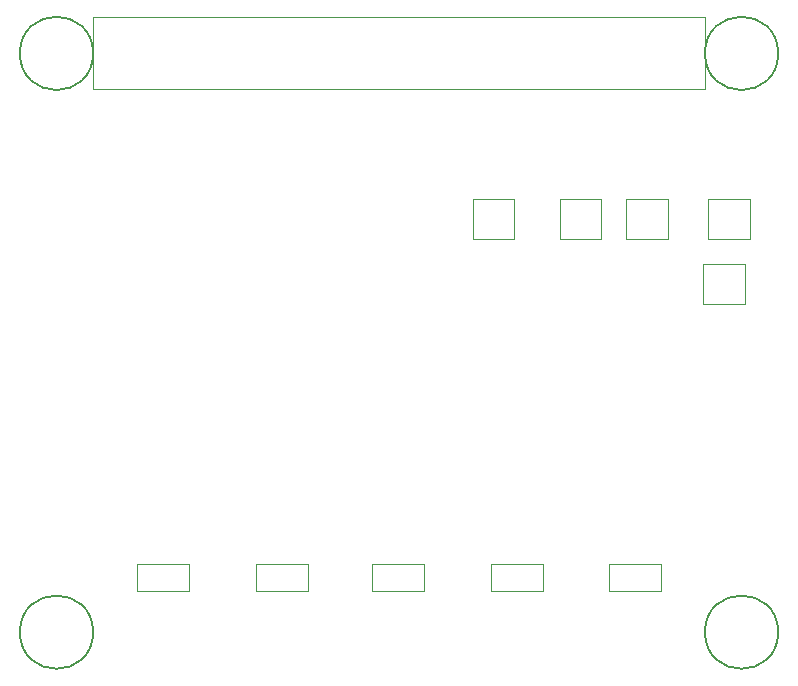
<source format=gbr>
%TF.GenerationSoftware,KiCad,Pcbnew,(5.1.9)-1*%
%TF.CreationDate,2021-03-07T19:12:45-05:00*%
%TF.ProjectId,bigp4ppa,62696770-3470-4706-912e-6b696361645f,rev?*%
%TF.SameCoordinates,Original*%
%TF.FileFunction,Other,User*%
%FSLAX46Y46*%
G04 Gerber Fmt 4.6, Leading zero omitted, Abs format (unit mm)*
G04 Created by KiCad (PCBNEW (5.1.9)-1) date 2021-03-07 19:12:45*
%MOMM*%
%LPD*%
G01*
G04 APERTURE LIST*
%ADD10C,0.050000*%
%ADD11C,0.150000*%
G04 APERTURE END LIST*
D10*
%TO.C,Q6*%
X132687000Y-60800000D02*
X129187000Y-60800000D01*
X132687000Y-64200000D02*
X132687000Y-60800000D01*
X129187000Y-64200000D02*
X132687000Y-64200000D01*
X129187000Y-60800000D02*
X129187000Y-64200000D01*
%TO.C,J2*%
X128870000Y-45430000D02*
X77070000Y-45430000D01*
X128870000Y-51530000D02*
X128870000Y-45430000D01*
X77070000Y-51530000D02*
X128870000Y-51530000D01*
X77070000Y-45430000D02*
X77070000Y-51530000D01*
%TO.C,D5*%
X120800000Y-94000000D02*
X120800000Y-91700000D01*
X125200000Y-91700000D02*
X120800000Y-91700000D01*
X125200000Y-94000000D02*
X125200000Y-91700000D01*
X120800000Y-94000000D02*
X125200000Y-94000000D01*
%TO.C,D4*%
X110800000Y-94000000D02*
X110800000Y-91700000D01*
X115200000Y-91700000D02*
X110800000Y-91700000D01*
X115200000Y-94000000D02*
X115200000Y-91700000D01*
X110800000Y-94000000D02*
X115200000Y-94000000D01*
%TO.C,D3*%
X100700000Y-94000000D02*
X100700000Y-91700000D01*
X105100000Y-91700000D02*
X100700000Y-91700000D01*
X105100000Y-94000000D02*
X105100000Y-91700000D01*
X100700000Y-94000000D02*
X105100000Y-94000000D01*
%TO.C,D2*%
X90900000Y-94000000D02*
X90900000Y-91700000D01*
X95300000Y-91700000D02*
X90900000Y-91700000D01*
X95300000Y-94000000D02*
X95300000Y-91700000D01*
X90900000Y-94000000D02*
X95300000Y-94000000D01*
%TO.C,D1*%
X80800000Y-94000000D02*
X80800000Y-91700000D01*
X85200000Y-91700000D02*
X80800000Y-91700000D01*
X85200000Y-94000000D02*
X85200000Y-91700000D01*
X80800000Y-94000000D02*
X85200000Y-94000000D01*
%TO.C,Q1*%
X128750000Y-66300000D02*
X128750000Y-69700000D01*
X128750000Y-69700000D02*
X132250000Y-69700000D01*
X132250000Y-69700000D02*
X132250000Y-66300000D01*
X132250000Y-66300000D02*
X128750000Y-66300000D01*
%TO.C,Q5*%
X120114000Y-60800000D02*
X116614000Y-60800000D01*
X120114000Y-64200000D02*
X120114000Y-60800000D01*
X116614000Y-64200000D02*
X120114000Y-64200000D01*
X116614000Y-60800000D02*
X116614000Y-64200000D01*
%TO.C,Q4*%
X125750000Y-60800000D02*
X122250000Y-60800000D01*
X125750000Y-64200000D02*
X125750000Y-60800000D01*
X122250000Y-64200000D02*
X125750000Y-64200000D01*
X122250000Y-60800000D02*
X122250000Y-64200000D01*
%TO.C,Q3*%
X112750000Y-60800000D02*
X109250000Y-60800000D01*
X112750000Y-64200000D02*
X112750000Y-60800000D01*
X109250000Y-64200000D02*
X112750000Y-64200000D01*
X109250000Y-60800000D02*
X109250000Y-64200000D01*
D11*
%TO.C,*%
X135100000Y-48500000D02*
G75*
G03*
X135100000Y-48500000I-3100000J0D01*
G01*
X135100000Y-97500000D02*
G75*
G03*
X135100000Y-97500000I-3100000J0D01*
G01*
X77100000Y-97500000D02*
G75*
G03*
X77100000Y-97500000I-3100000J0D01*
G01*
X77100000Y-48500000D02*
G75*
G03*
X77100000Y-48500000I-3100000J0D01*
G01*
%TD*%
M02*

</source>
